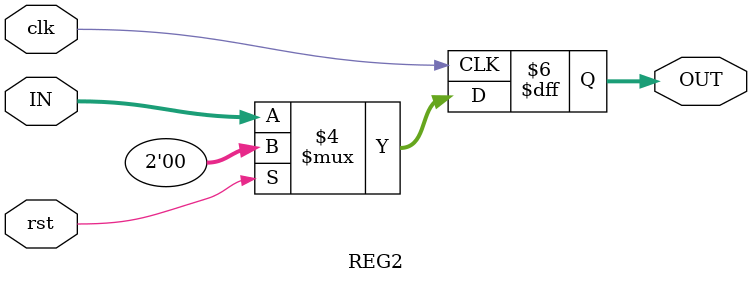
<source format=v>
`timescale 10ps / 1ps
module REG2(clk,rst,IN, OUT);

input wire clk;
input wire rst;
input wire [1:0]IN;
output reg [1:0]OUT;

always@(posedge clk)
begin
	if(rst == 1)
		OUT <= 2'b00;
	else
			OUT <= IN;
end

endmodule

</source>
